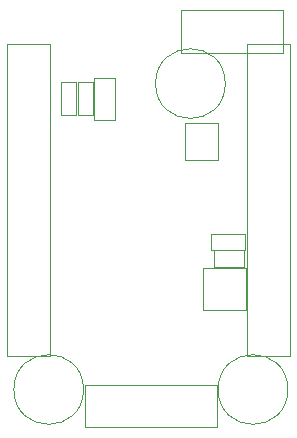
<source format=gbr>
G04 #@! TF.FileFunction,Other,User*
%FSLAX46Y46*%
G04 Gerber Fmt 4.6, Leading zero omitted, Abs format (unit mm)*
G04 Created by KiCad (PCBNEW 4.0.7-e2-6376~61~ubuntu18.04.1) date Sun Jul  8 15:07:32 2018*
%MOMM*%
%LPD*%
G01*
G04 APERTURE LIST*
%ADD10C,0.100000*%
%ADD11C,0.050000*%
G04 APERTURE END LIST*
D10*
D11*
X125850000Y-146350000D02*
X125850000Y-147650000D01*
X125850000Y-147650000D02*
X122950000Y-147650000D01*
X122950000Y-147650000D02*
X122950000Y-146350000D01*
X122950000Y-146350000D02*
X125850000Y-146350000D01*
X112150000Y-159500000D02*
G75*
G03X112150000Y-159500000I-2950000J0D01*
G01*
X129450000Y-159500000D02*
G75*
G03X129450000Y-159500000I-2950000J0D01*
G01*
X124150000Y-133600000D02*
G75*
G03X124150000Y-133600000I-2950000J0D01*
G01*
X111550000Y-133500000D02*
X111550000Y-136300000D01*
X111550000Y-133500000D02*
X110250000Y-133500000D01*
X110250000Y-136300000D02*
X111550000Y-136300000D01*
X110250000Y-136300000D02*
X110250000Y-133500000D01*
X112950000Y-133500000D02*
X112950000Y-136300000D01*
X112950000Y-133500000D02*
X111650000Y-133500000D01*
X111650000Y-136300000D02*
X112950000Y-136300000D01*
X111650000Y-136300000D02*
X111650000Y-133500000D01*
X113020000Y-136650000D02*
X113020000Y-133150000D01*
X113020000Y-136650000D02*
X114770000Y-136650000D01*
X114770000Y-133150000D02*
X113020000Y-133150000D01*
X114770000Y-133150000D02*
X114770000Y-136650000D01*
X109300000Y-156700000D02*
X109300000Y-130250000D01*
X109300000Y-130250000D02*
X105700000Y-130250000D01*
X105700000Y-130250000D02*
X105700000Y-156700000D01*
X105700000Y-156700000D02*
X109300000Y-156700000D01*
X129620000Y-156700000D02*
X129620000Y-130250000D01*
X129620000Y-130250000D02*
X126020000Y-130250000D01*
X126020000Y-130250000D02*
X126020000Y-156700000D01*
X126020000Y-156700000D02*
X129620000Y-156700000D01*
X120420000Y-131000000D02*
X129070000Y-131000000D01*
X129070000Y-131000000D02*
X129070000Y-127400000D01*
X129070000Y-127400000D02*
X120420000Y-127400000D01*
X120420000Y-127400000D02*
X120420000Y-131000000D01*
X123480000Y-159100000D02*
X112280000Y-159100000D01*
X112280000Y-159100000D02*
X112280000Y-162700000D01*
X112280000Y-162700000D02*
X123480000Y-162700000D01*
X123480000Y-162700000D02*
X123480000Y-159100000D01*
X122300000Y-149200000D02*
X122300000Y-152800000D01*
X122300000Y-152800000D02*
X125900000Y-152800000D01*
X125900000Y-152800000D02*
X125900000Y-149200000D01*
X125900000Y-149200000D02*
X122300000Y-149200000D01*
X125700000Y-149100000D02*
X123200000Y-149100000D01*
X125700000Y-149100000D02*
X125700000Y-147700000D01*
X123200000Y-147700000D02*
X123200000Y-149100000D01*
X123200000Y-147700000D02*
X125700000Y-147700000D01*
X120700000Y-140100000D02*
X123500000Y-140100000D01*
X123500000Y-136900000D02*
X120700000Y-136900000D01*
X123500000Y-136900000D02*
X123500000Y-140100000D01*
X120700000Y-136900000D02*
X120700000Y-140100000D01*
M02*

</source>
